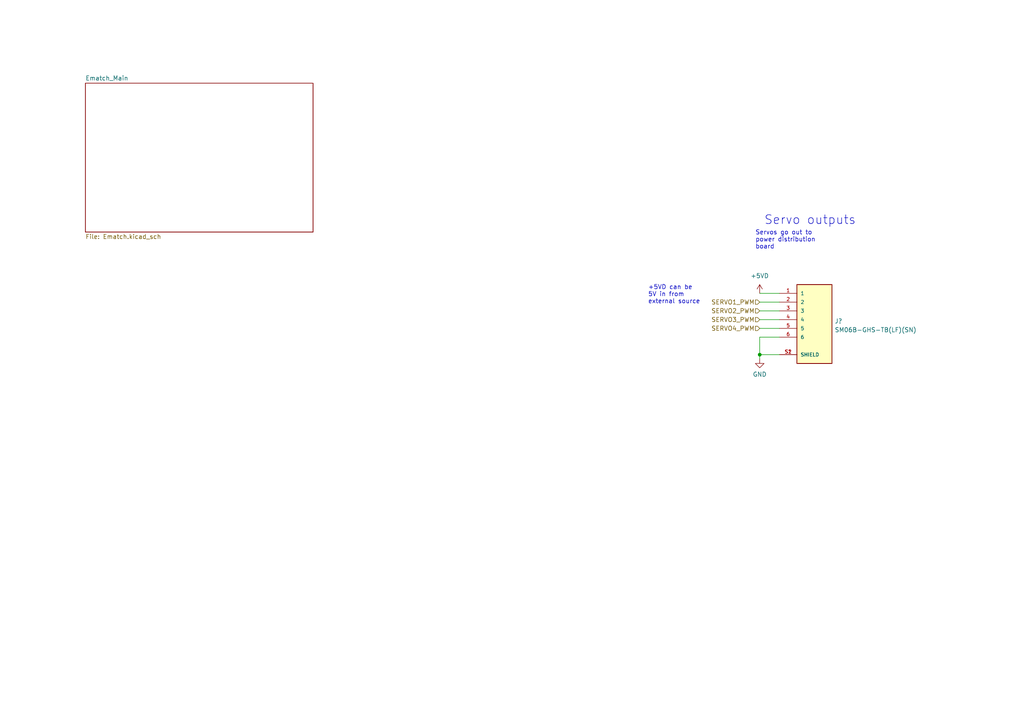
<source format=kicad_sch>
(kicad_sch (version 20211123) (generator eeschema)
  (paper "A4")
  (lib_symbols
    (symbol "Device:R_Small" (pin_numbers hide) (pin_names (offset 0.254) hide)
      (property "Reference" "R" (at 0.762 0.508 0))
      (property "Value" "R_Small" (at 0.762 -1.016 0))
      (symbol "R_Small_0_1"
        (rectangle (start -0.762 1.778) (end 0.762 -1.778) (stroke (width 0.2032)))
      )
      (symbol "R_Small_1_1"
        (pin passive line (at 0 2.54 270) (length 0.762) (name "~") (number "1"))
        (pin passive line (at 0 -2.54 90) (length 0.762) (name "~") (number "2"))
      )
    )
    (symbol "SM06B-GHS-TB_LF__SN_:SM06B-GHS-TB(LF)(SN)" (pin_names (offset 1.016))
      (property "Reference" "J" (at -5.08 11.43 0))
      (property "Value" "SM06B-GHS-TB(LF)(SN)" (at -5.08 -15.24 0))
      (symbol "SM06B-GHS-TB(LF)(SN)_0_0"
        (rectangle (start -5.08 -12.7) (end 5.08 10.16) (stroke (width 0.254)) (fill (type background)))
        (pin passive line (at -10.16 7.62 0) (length 5.08) (name "1") (number "1"))
        (pin passive line (at -10.16 5.08 0) (length 5.08) (name "2") (number "2"))
        (pin passive line (at -10.16 2.54 0) (length 5.08) (name "3") (number "3"))
        (pin passive line (at -10.16 0 0) (length 5.08) (name "4") (number "4"))
        (pin passive line (at -10.16 -2.54 0) (length 5.08) (name "5") (number "5"))
        (pin passive line (at -10.16 -5.08 0) (length 5.08) (name "6") (number "6"))
        (pin passive line (at -10.16 -10.16 0) (length 5.08) (name "SHIELD") (number "S1"))
        (pin passive line (at -10.16 -10.16 0) (length 5.08) (name "SHIELD") (number "S2"))
      )
    )
    (symbol "Transistor_FET:2N7002E" (pin_names hide)
      (property "Reference" "Q" (at 5.08 1.905 0))
      (property "Value" "2N7002E" (at 5.08 0 0))
      (symbol "2N7002E_0_1"
        (polyline (pts (xy 0.254 0) (xy -2.54 0)))
        (polyline (pts (xy 0.254 1.905) (xy 0.254 -1.905)) (stroke (width 0.254)))
        (polyline (pts (xy 0.762 -1.27) (xy 0.762 -2.286)) (stroke (width 0.254)))
        (polyline (pts (xy 0.762 0.508) (xy 0.762 -0.508)) (stroke (width 0.254)))
        (polyline (pts (xy 0.762 2.286) (xy 0.762 1.27)) (stroke (width 0.254)))
        (polyline (pts (xy 2.54 2.54) (xy 2.54 1.778)))
        (polyline (pts (xy 2.54 -2.54) (xy 2.54 0) (xy 0.762 0)))
        (polyline (pts (xy 0.762 -1.778) (xy 3.302 -1.778) (xy 3.302 1.778) (xy 0.762 1.778)))
        (polyline (pts (xy 1.016 0) (xy 2.032 0.381) (xy 2.032 -0.381) (xy 1.016 0)) (fill (type outline)))
        (polyline (pts (xy 2.794 0.508) (xy 2.921 0.381) (xy 3.683 0.381) (xy 3.81 0.254)))
        (polyline (pts (xy 3.302 0.381) (xy 2.921 -0.254) (xy 3.683 -0.254) (xy 3.302 0.381)))
        (circle (center 1.651 0) (radius 2.794) (stroke (width 0.254)))
        (circle (center 2.54 -1.778) (radius 0.254) (fill (type outline)))
        (circle (center 2.54 1.778) (radius 0.254) (fill (type outline)))
      )
      (symbol "2N7002E_1_1"
        (pin input line (at -5.08 0 0) (length 2.54) (name "G") (number "1"))
        (pin passive line (at 2.54 -5.08 90) (length 2.54) (name "S") (number "2"))
        (pin passive line (at 2.54 5.08 270) (length 2.54) (name "D") (number "3"))
      )
    )
    (symbol "Transistor_FET:AO3401A" (pin_names hide)
      (property "Reference" "Q" (at 5.08 1.905 0))
      (property "Value" "AO3401A" (at 5.08 0 0))
      (symbol "AO3401A_0_1"
        (polyline (pts (xy 0.254 0) (xy -2.54 0)))
        (polyline (pts (xy 0.254 1.905) (xy 0.254 -1.905)) (stroke (width 0.254)))
        (polyline (pts (xy 0.762 -1.27) (xy 0.762 -2.286)) (stroke (width 0.254)))
        (polyline (pts (xy 0.762 0.508) (xy 0.762 -0.508)) (stroke (width 0.254)))
        (polyline (pts (xy 0.762 2.286) (xy 0.762 1.27)) (stroke (width 0.254)))
        (polyline (pts (xy 2.54 2.54) (xy 2.54 1.778)))
        (polyline (pts (xy 2.54 -2.54) (xy 2.54 0) (xy 0.762 0)))
        (polyline (pts (xy 0.762 1.778) (xy 3.302 1.778) (xy 3.302 -1.778) (xy 0.762 -1.778)))
        (polyline (pts (xy 2.286 0) (xy 1.27 0.381) (xy 1.27 -0.381) (xy 2.286 0)) (fill (type outline)))
        (polyline (pts (xy 2.794 -0.508) (xy 2.921 -0.381) (xy 3.683 -0.381) (xy 3.81 -0.254)))
        (polyline (pts (xy 3.302 -0.381) (xy 2.921 0.254) (xy 3.683 0.254) (xy 3.302 -0.381)))
        (circle (center 1.651 0) (radius 2.794) (stroke (width 0.254)))
        (circle (center 2.54 -1.778) (radius 0.254) (fill (type outline)))
        (circle (center 2.54 1.778) (radius 0.254) (fill (type outline)))
      )
      (symbol "AO3401A_1_1"
        (pin input line (at -5.08 0 0) (length 2.54) (name "G") (number "1"))
        (pin passive line (at 2.54 -5.08 90) (length 2.54) (name "S") (number "2"))
        (pin passive line (at 2.54 5.08 270) (length 2.54) (name "D") (number "3"))
      )
    )
    (symbol "power:+5VD" (power) (pin_names (offset 0))
      (property "Value" "+5VD" (at 0 3.556 0))
      (symbol "+5VD_0_1"
        (polyline (pts (xy -0.762 1.27) (xy 0 2.54)))
        (polyline (pts (xy 0 0) (xy 0 2.54)))
        (polyline (pts (xy 0 2.54) (xy 0.762 1.27)))
      )
      (symbol "+5VD_1_1"
        (pin power_in line (at 0 0 90) (length 0) hide (name "+5VD") (number "1"))
      )
    )
    (symbol "power:GND" (power) (pin_names (offset 0))
      (property "Value" "GND" (at 0 -3.81 0))
      (symbol "GND_0_1"
        (polyline (pts (xy 0 0) (xy 0 -1.27) (xy 1.27 -1.27) (xy 0 -2.54) (xy -1.27 -1.27) (xy 0 -1.27)))
      )
      (symbol "GND_1_1"
        (pin power_in line (at 0 0 270) (length 0) hide (name "GND") (number "1"))
      )
    )
    (symbol "power:VDC" (power) (pin_names (offset 0))
      (property "Value" "VDC" (at 0 6.35 0))
      (symbol "VDC_0_1"
        (polyline (pts (xy -0.762 1.27) (xy 0 2.54)))
        (polyline (pts (xy 0 0) (xy 0 2.54)))
        (polyline (pts (xy 0 2.54) (xy 0.762 1.27)))
      )
      (symbol "VDC_1_1"
        (pin power_in line (at 0 0 90) (length 0) hide (name "VDC") (number "1"))
      )
    )
  )
  (junction (at 220.345 102.87))
  (wire (pts (xy 220.345 90.17) (xy 226.06 90.17)))
  (wire (pts (xy -46.99 76.835) (xy -34.925 76.835)))
  (wire (pts (xy -76.2 128.27) (xy -54.61 128.27)))
  (wire (pts (xy -46.99 120.65) (xy -34.925 120.65)))
  (wire (pts (xy -76.2 81.915) (xy -54.61 81.915)))
  (wire (pts (xy -76.2 125.73) (xy -54.61 125.73)))
  (wire (pts (xy -54.61 114.935) (xy -54.61 115.57)))
  (wire (pts (xy 220.345 102.87) (xy 220.345 104.14)))
  (wire (pts (xy -54.61 71.12) (xy -54.61 71.755)))
  (wire (pts (xy 220.345 85.09) (xy 226.06 85.09)))
  (wire (pts (xy 220.345 97.79) (xy 226.06 97.79)))
  (wire (pts (xy -29.845 120.65) (xy -27.94 120.65)))
  (wire (pts (xy -54.61 109.22) (xy -54.61 109.855)))
  (wire (pts (xy -46.99 133.35) (xy -34.925 133.35)))
  (wire (pts (xy -54.61 138.43) (xy -54.61 139.7)))
  (wire (pts (xy 220.345 87.63) (xy 226.06 87.63)))
  (wire (pts (xy -29.845 89.535) (xy -27.94 89.535)))
  (wire (pts (xy -29.845 133.35) (xy -27.94 133.35)))
  (wire (pts (xy -54.61 94.615) (xy -54.61 95.885)))
  (wire (pts (xy 226.06 102.87) (xy 220.345 102.87)))
  (wire (pts (xy 220.345 97.79) (xy 220.345 102.87)))
  (wire (pts (xy 220.345 92.71) (xy 226.06 92.71)))
  (wire (pts (xy -46.99 89.535) (xy -34.925 89.535)))
  (wire (pts (xy 220.345 95.25) (xy 226.06 95.25)))
  (wire (pts (xy -29.845 76.835) (xy -27.94 76.835)))
  (wire (pts (xy -76.2 84.455) (xy -54.61 84.455)))
  (wire (pts (xy -54.61 65.405) (xy -54.61 66.04)))
  (text "To connector" (at -90.17 83.82 0) (effects (font (size 1.27 1.27)) (justify left bottom)))
  (text "+5VD can be\n5V in from \nexternal source" (at 187.96 88.265 0) (effects (font (size 1.27 1.27)) (justify left bottom)))
  (text "Servo outputs" (at 221.615 65.405 0) (effects (font (size 2.54 2.54)) (justify left bottom)))
  (text "Servos go out to \npower distribution \nboard" (at 219.075 72.39 0) (effects (font (size 1.27 1.27)) (justify left bottom)))
  (text "To connector" (at -90.17 127.635 0) (effects (font (size 1.27 1.27)) (justify left bottom)))
  (text "Verify STM32 pins do not\ndo weird shit at boot" (at -26.67 127.635 0) (effects (font (size 1.27 1.27)) (justify left bottom)))
  (text "Verify STM32 pins do not\ndo weird shit at boot" (at -26.67 83.82 0) (effects (font (size 1.27 1.27)) (justify left bottom)))
  (hierarchical_label "SERVO1_PWM" (shape input) (at 220.345 87.63 180))
  (hierarchical_label "DROGUE_H" (shape input) (at -27.94 76.835 0))
  (hierarchical_label "SERVO4_PWM" (shape input) (at 220.345 95.25 180))
  (hierarchical_label "AUX-" (shape input) (at -71.12 128.27 270))
  (hierarchical_label "DROGUE_L" (shape input) (at -27.94 89.535 0))
  (hierarchical_label "SERVO3_PWM" (shape input) (at 220.345 92.71 180))
  (hierarchical_label "SERVO2_PWM" (shape input) (at 220.345 90.17 180))
  (hierarchical_label "AUX+" (shape input) (at -71.12 125.73 90))
  (hierarchical_label "AUX_L" (shape input) (at -27.94 133.35 0))
  (hierarchical_label "DROGUE-" (shape input) (at -71.755 84.455 270))
  (hierarchical_label "AUX_H" (shape input) (at -27.94 120.65 0))
  (hierarchical_label "DROGUE+" (shape input) (at -71.755 81.915 90))
  (symbol (lib_id "Device:R_Small") (at -54.61 112.395 0) (unit 1)
    (property "Reference" "R16" (at -52.07 111.1249 0) (effects (justify left)))
    (property "Value" "R_Small" (at -52.07 113.6649 0) (effects (justify left)))
  )
  (symbol (lib_id "power:+5VD") (at 220.345 85.09 0) (unit 1)
    (property "Reference" "#PWR?" (effects hide))
    (property "Value" "+5VD" (at 220.345 80.01 0))
  )
  (symbol (lib_id "Transistor_FET:AO3401A") (at -52.07 120.65 180) (unit 1)
    (property "Reference" "Q7" (at -58.42 119.3799 0) (effects (justify left)))
    (property "Value" "AO3401A" (at -58.42 121.9199 0) (effects (justify left)))
    (property "Footprint" "Package_TO_SOT_SMD:SOT-23" (effects hide))
    (property "Datasheet" "http://www.aosmd.com/pdfs/datasheet/AO3401A.pdf" (effects hide))
  )
  (symbol (lib_id "power:VDC") (at -54.61 109.22 0) (unit 1)
    (property "Reference" "#PWR0142" (effects hide))
    (property "Value" "VDC" (at -54.61 104.648 0))
  )
  (symbol (lib_id "Device:R_Small") (at -32.385 120.65 90) (unit 1)
    (property "Reference" "R?" (at -32.385 114.935 90))
    (property "Value" "1k" (at -32.385 117.475 90))
    (property "Footprint" "Resistor_SMD:R_0603_1608Metric" (effects hide))
  )
  (symbol (lib_id "Transistor_FET:2N7002E") (at -52.07 89.535 0) (mirror y) (unit 1)
    (property "Reference" "Q6" (at -57.2769 88.7003 0) (effects (justify left)))
    (property "Value" "AP2300" (at -57.2769 91.2372 0) (effects (justify left)))
    (property "Footprint" "Package_TO_SOT_SMD:SOT-23" (effects hide))
    (property "Datasheet" "https://datasheet.lcsc.com/lcsc/1912111437_ALLPOWER-ShenZhen-Quan-Li-Semiconductor-AP2300_C360338.pdf" (effects hide))
  )
  (symbol (lib_id "Transistor_FET:AO3401A") (at -52.07 76.835 180) (unit 1)
    (property "Reference" "Q5" (at -58.42 75.5649 0) (effects (justify left)))
    (property "Value" "AO3401A" (at -58.42 78.1049 0) (effects (justify left)))
    (property "Footprint" "Package_TO_SOT_SMD:SOT-23" (effects hide))
    (property "Datasheet" "http://www.aosmd.com/pdfs/datasheet/AO3401A.pdf" (effects hide))
  )
  (symbol (lib_id "Device:R_Small") (at -32.385 89.535 90) (unit 1)
    (property "Reference" "R?" (at -32.385 83.82 90))
    (property "Value" "1k" (at -32.385 86.36 90))
    (property "Footprint" "Resistor_SMD:R_0603_1608Metric" (effects hide))
  )
  (symbol (lib_id "Device:R_Small") (at -32.385 133.35 90) (unit 1)
    (property "Reference" "R?" (at -32.385 127.635 90))
    (property "Value" "1k" (at -32.385 130.175 90))
    (property "Footprint" "Resistor_SMD:R_0603_1608Metric" (effects hide))
  )
  (symbol (lib_id "SM06B-GHS-TB_LF__SN_:SM06B-GHS-TB(LF)(SN)") (at 236.22 92.71 0) (unit 1)
    (property "Reference" "J?" (at 242.062 93.1453 0) (effects (justify left)))
    (property "Value" "SM06B-GHS-TB(LF)(SN)" (at 242.062 95.6822 0) (effects (justify left)))
    (property "Footprint" "Footprints:JST_SM06B-GHS-TB(LF)(SN)" (effects hide))
    (property "PARTREV" "N/A" (effects hide))
    (property "STANDARD" "Manufacturer Recommendations" (effects hide))
    (property "MAXIMUM_PACKAGE_HEIGHT" "4.25mm" (effects hide))
    (property "MANUFACTURER" "JST" (effects hide))
  )
  (symbol (lib_id "power:GND") (at 220.345 104.14 0) (unit 1)
    (property "Reference" "#PWR?" (effects hide))
    (property "Value" "GND" (at 220.345 108.5834 0))
  )
  (symbol (lib_id "power:GND") (at -54.61 95.885 0) (unit 1)
    (property "Reference" "#PWR0143" (effects hide))
    (property "Value" "GND" (at -54.61 100.4476 0))
  )
  (symbol (lib_id "Transistor_FET:2N7002E") (at -52.07 133.35 0) (mirror y) (unit 1)
    (property "Reference" "Q8" (at -57.2769 132.5153 0) (effects (justify left)))
    (property "Value" "AP2300" (at -57.2769 135.0522 0) (effects (justify left)))
    (property "Footprint" "Package_TO_SOT_SMD:SOT-23" (effects hide))
    (property "Datasheet" "https://datasheet.lcsc.com/lcsc/1912111437_ALLPOWER-ShenZhen-Quan-Li-Semiconductor-AP2300_C360338.pdf" (effects hide))
  )
  (symbol (lib_id "power:GND") (at -54.61 139.7 0) (unit 1)
    (property "Reference" "#PWR0145" (effects hide))
    (property "Value" "GND" (at -54.61 144.2626 0))
  )
  (symbol (lib_id "Device:R_Small") (at -54.61 68.58 0) (unit 1)
    (property "Reference" "R15" (at -52.07 67.3099 0) (effects (justify left)))
    (property "Value" "R_Small" (at -52.07 69.8499 0) (effects (justify left)))
  )
  (symbol (lib_id "Device:R_Small") (at -32.385 76.835 90) (unit 1)
    (property "Reference" "R?" (at -32.385 71.12 90))
    (property "Value" "1k" (at -32.385 73.66 90))
    (property "Footprint" "Resistor_SMD:R_0603_1608Metric" (effects hide))
  )
  (symbol (lib_id "power:VDC") (at -54.61 65.405 0) (unit 1)
    (property "Reference" "#PWR0144" (effects hide))
    (property "Value" "VDC" (at -54.61 60.833 0))
  )
  (sheet (at 24.765 24.13) (size 66.04 43.18) (stroke (width 0.1524))
    (property "Sheet name" "Ematch_Main" (at 24.765 23.4184 0) (effects (justify left bottom)))
    (property "Sheet file" "Ematch.kicad_sch" (at 24.765 67.8946 0) (effects (justify left top)))
  )
)
</source>
